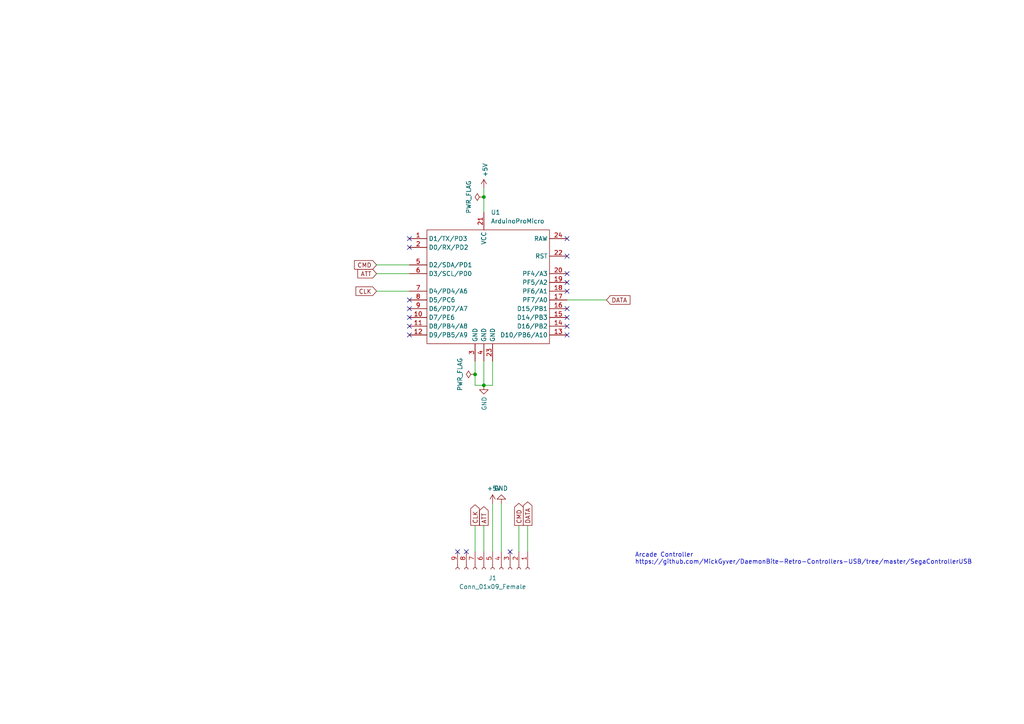
<source format=kicad_sch>
(kicad_sch (version 20211123) (generator eeschema)
  (paper "A4")
  (title_block (title "Arcade-Encoder (Sony)") (date "2022-01-31") (rev "0.1") (company "haus-automatisierung.com") (comment 1 "Matthias Kleine"))
  (lib_symbols
    (symbol "Connector:Conn_01x09_Female" (pin_names (offset 1.016) hide)
      (property "Reference" "J" (at 0 12.7 0))
      (property "Value" "Conn_01x09_Female" (at 0 -12.7 0))
      (symbol "Conn_01x09_Female_1_1"
        (arc (start 0 -9.652) (mid -0.508 -10.16) (end 0 -10.668) (stroke (width 0.1524)))
        (arc (start 0 -7.112) (mid -0.508 -7.62) (end 0 -8.128) (stroke (width 0.1524)))
        (arc (start 0 -4.572) (mid -0.508 -5.08) (end 0 -5.588) (stroke (width 0.1524)))
        (arc (start 0 -2.032) (mid -0.508 -2.54) (end 0 -3.048) (stroke (width 0.1524)))
        (polyline (pts (xy -1.27 -10.16) (xy -0.508 -10.16)) (stroke (width 0.1524)))
        (polyline (pts (xy -1.27 -7.62) (xy -0.508 -7.62)) (stroke (width 0.1524)))
        (polyline (pts (xy -1.27 -5.08) (xy -0.508 -5.08)) (stroke (width 0.1524)))
        (polyline (pts (xy -1.27 -2.54) (xy -0.508 -2.54)) (stroke (width 0.1524)))
        (polyline (pts (xy -1.27 0) (xy -0.508 0)) (stroke (width 0.1524)))
        (polyline (pts (xy -1.27 2.54) (xy -0.508 2.54)) (stroke (width 0.1524)))
        (polyline (pts (xy -1.27 5.08) (xy -0.508 5.08)) (stroke (width 0.1524)))
        (polyline (pts (xy -1.27 7.62) (xy -0.508 7.62)) (stroke (width 0.1524)))
        (polyline (pts (xy -1.27 10.16) (xy -0.508 10.16)) (stroke (width 0.1524)))
        (arc (start 0 0.508) (mid -0.508 0) (end 0 -0.508) (stroke (width 0.1524)))
        (arc (start 0 3.048) (mid -0.508 2.54) (end 0 2.032) (stroke (width 0.1524)))
        (arc (start 0 5.588) (mid -0.508 5.08) (end 0 4.572) (stroke (width 0.1524)))
        (arc (start 0 8.128) (mid -0.508 7.62) (end 0 7.112) (stroke (width 0.1524)))
        (arc (start 0 10.668) (mid -0.508 10.16) (end 0 9.652) (stroke (width 0.1524)))
        (pin passive line (at -5.08 10.16 0) (length 3.81) (name "Pin_1") (number "1"))
        (pin passive line (at -5.08 7.62 0) (length 3.81) (name "Pin_2") (number "2"))
        (pin passive line (at -5.08 5.08 0) (length 3.81) (name "Pin_3") (number "3"))
        (pin passive line (at -5.08 2.54 0) (length 3.81) (name "Pin_4") (number "4"))
        (pin passive line (at -5.08 0 0) (length 3.81) (name "Pin_5") (number "5"))
        (pin passive line (at -5.08 -2.54 0) (length 3.81) (name "Pin_6") (number "6"))
        (pin passive line (at -5.08 -5.08 0) (length 3.81) (name "Pin_7") (number "7"))
        (pin passive line (at -5.08 -7.62 0) (length 3.81) (name "Pin_8") (number "8"))
        (pin passive line (at -5.08 -10.16 0) (length 3.81) (name "Pin_9") (number "9"))
      )
    )
    (symbol "haus-automatisierung:ArduinoProMicro"
      (property "Reference" "U" (at 19.05 16.51 0))
      (property "Value" "ArduinoProMicro" (at -16.51 16.51 0))
      (symbol "ArduinoProMicro_0_1"
        (rectangle (start -16.51 15.24) (end 19.05 -17.78))
      )
      (symbol "ArduinoProMicro_1_1"
        (pin bidirectional line (at -21.59 12.7 0) (length 5.08) (name "D1/TX/PD3") (number "1"))
        (pin bidirectional line (at -21.59 -10.16 0) (length 5.08) (name "D7/PE6") (number "10"))
        (pin bidirectional line (at -21.59 -12.7 0) (length 5.08) (name "D8/PB4/A8") (number "11"))
        (pin bidirectional line (at -21.59 -15.24 0) (length 5.08) (name "D9/PB5/A9") (number "12"))
        (pin bidirectional line (at 24.13 -15.24 180) (length 5.08) (name "D10/PB6/A10") (number "13"))
        (pin bidirectional line (at 24.13 -12.7 180) (length 5.08) (name "D16/PB2") (number "14"))
        (pin bidirectional line (at 24.13 -10.16 180) (length 5.08) (name "D14/PB3") (number "15"))
        (pin bidirectional line (at 24.13 -7.62 180) (length 5.08) (name "D15/PB1") (number "16"))
        (pin bidirectional line (at 24.13 -5.08 180) (length 5.08) (name "PF7/A0") (number "17"))
        (pin bidirectional line (at 24.13 -2.54 180) (length 5.08) (name "PF6/A1") (number "18"))
        (pin bidirectional line (at 24.13 0 180) (length 5.08) (name "PF5/A2") (number "19"))
        (pin bidirectional line (at -21.59 10.16 0) (length 5.08) (name "D0/RX/PD2") (number "2"))
        (pin bidirectional line (at 24.13 2.54 180) (length 5.08) (name "PF4/A3") (number "20"))
        (pin power_in line (at 0 20.32 270) (length 5.08) (name "VCC") (number "21"))
        (pin input line (at 24.13 7.62 180) (length 5.08) (name "RST") (number "22"))
        (pin power_in line (at 2.54 -22.86 90) (length 5.08) (name "GND") (number "23"))
        (pin power_out line (at 24.13 12.7 180) (length 5.08) (name "RAW") (number "24"))
        (pin power_in line (at -2.54 -22.86 90) (length 5.08) (name "GND") (number "3"))
        (pin power_in line (at 0 -22.86 90) (length 5.08) (name "GND") (number "4"))
        (pin bidirectional line (at -21.59 5.08 0) (length 5.08) (name "D2/SDA/PD1") (number "5"))
        (pin bidirectional line (at -21.59 2.54 0) (length 5.08) (name "D3/SCL/PD0") (number "6"))
        (pin bidirectional line (at -21.59 -2.54 0) (length 5.08) (name "D4/PD4/A6") (number "7"))
        (pin bidirectional line (at -21.59 -5.08 0) (length 5.08) (name "D5/PC6") (number "8"))
        (pin bidirectional line (at -21.59 -7.62 0) (length 5.08) (name "D6/PD7/A7") (number "9"))
      )
    )
    (symbol "power:+5V" (power) (pin_names (offset 0))
      (property "Value" "+5V" (at 0 3.556 0))
      (symbol "+5V_0_1"
        (polyline (pts (xy -0.762 1.27) (xy 0 2.54)))
        (polyline (pts (xy 0 0) (xy 0 2.54)))
        (polyline (pts (xy 0 2.54) (xy 0.762 1.27)))
      )
      (symbol "+5V_1_1"
        (pin power_in line (at 0 0 90) (length 0) hide (name "+5V") (number "1"))
      )
    )
    (symbol "power:GND" (power) (pin_names (offset 0))
      (property "Value" "GND" (at 0 -3.81 0))
      (symbol "GND_0_1"
        (polyline (pts (xy 0 0) (xy 0 -1.27) (xy 1.27 -1.27) (xy 0 -2.54) (xy -1.27 -1.27) (xy 0 -1.27)))
      )
      (symbol "GND_1_1"
        (pin power_in line (at 0 0 270) (length 0) hide (name "GND") (number "1"))
      )
    )
    (symbol "power:PWR_FLAG" (power) (pin_numbers hide) (pin_names (offset 0) hide)
      (property "Value" "PWR_FLAG" (at 0 3.81 0))
      (symbol "PWR_FLAG_0_0"
        (pin power_out line (at 0 0 90) (length 0) (name "pwr") (number "1"))
      )
      (symbol "PWR_FLAG_0_1"
        (polyline (pts (xy 0 0) (xy 0 1.27) (xy -1.016 1.905) (xy 0 2.54) (xy 1.016 1.905) (xy 0 1.27)))
      )
    )
  )
  (junction (at 137.795 108.585))
  (junction (at 140.335 111.76))
  (junction (at 140.335 57.15))
  (no_connect (at 118.745 86.995))
  (no_connect (at 118.745 89.535))
  (no_connect (at 118.745 92.075))
  (no_connect (at 118.745 94.615))
  (no_connect (at 118.745 97.155))
  (no_connect (at 118.745 69.215))
  (no_connect (at 118.745 71.755))
  (no_connect (at 164.465 69.215))
  (no_connect (at 164.465 74.295))
  (no_connect (at 164.465 79.375))
  (no_connect (at 164.465 81.915))
  (no_connect (at 164.465 84.455))
  (no_connect (at 164.465 97.155))
  (no_connect (at 164.465 89.535))
  (no_connect (at 164.465 92.075))
  (no_connect (at 164.465 94.615))
  (no_connect (at 132.715 160.02))
  (no_connect (at 135.255 160.02))
  (no_connect (at 147.955 160.02))
  (wire (pts (xy 142.875 146.05) (xy 142.875 160.02)))
  (wire (pts (xy 142.875 111.76) (xy 140.335 111.76)))
  (wire (pts (xy 137.795 152.4) (xy 137.795 160.02)))
  (wire (pts (xy 140.335 152.4) (xy 140.335 160.02)))
  (wire (pts (xy 137.795 111.76) (xy 140.335 111.76)))
  (wire (pts (xy 109.22 79.375) (xy 118.745 79.375)))
  (wire (pts (xy 109.22 76.835) (xy 118.745 76.835)))
  (wire (pts (xy 137.795 108.585) (xy 137.795 111.76)))
  (wire (pts (xy 142.875 104.775) (xy 142.875 111.76)))
  (wire (pts (xy 140.335 57.15) (xy 140.335 61.595)))
  (wire (pts (xy 137.795 104.775) (xy 137.795 108.585)))
  (wire (pts (xy 153.035 152.4) (xy 153.035 160.02)))
  (wire (pts (xy 109.22 84.455) (xy 118.745 84.455)))
  (wire (pts (xy 145.415 146.05) (xy 145.415 160.02)))
  (wire (pts (xy 150.495 152.4) (xy 150.495 160.02)))
  (wire (pts (xy 140.335 54.61) (xy 140.335 57.15)))
  (wire (pts (xy 164.465 86.995) (xy 175.895 86.995)))
  (wire (pts (xy 140.335 104.775) (xy 140.335 111.76)))
  (text "Arcade Controller\nhttps://github.com/MickGyver/DaemonBite-Retro-Controllers-USB/tree/master/SegaControllerUSB" (at 184.15 163.83 0) (effects (font (size 1.27 1.27)) (justify left bottom)))
  (global_label "DATA" (shape output) (at 153.035 152.4 90) (property "Intersheet References" "${INTERSHEET_REFS}" (effects hide)))
  (global_label "CLK" (shape output) (at 137.795 152.4 90) (property "Intersheet References" "${INTERSHEET_REFS}" (effects hide)))
  (global_label "CLK" (shape input) (at 109.22 84.455 180) (property "Intersheet References" "${INTERSHEET_REFS}" (effects hide)))
  (global_label "CMD" (shape output) (at 150.495 152.4 90) (property "Intersheet References" "${INTERSHEET_REFS}" (effects hide)))
  (global_label "DATA" (shape input) (at 175.895 86.995 0) (property "Intersheet References" "${INTERSHEET_REFS}" (effects hide)))
  (global_label "ATT" (shape output) (at 140.335 152.4 90) (property "Intersheet References" "${INTERSHEET_REFS}" (effects hide)))
  (global_label "ATT" (shape input) (at 109.22 79.375 180) (property "Intersheet References" "${INTERSHEET_REFS}" (effects hide)))
  (global_label "CMD" (shape input) (at 109.22 76.835 180) (property "Intersheet References" "${INTERSHEET_REFS}" (effects hide)))
  (symbol (lib_id "power:+5V") (at 140.335 54.61 0) (unit 1)
    (property "Reference" "#PWR05" (effects hide))
    (property "Value" "+5V" (at 140.716 51.3588 90) (effects (justify left)))
  )
  (symbol (lib_id "power:GND") (at 145.415 146.05 180) (unit 1)
    (property "Reference" "#PWR04" (effects hide))
    (property "Value" "GND" (at 145.288 141.6558 0))
  )
  (symbol (lib_id "power:+5V") (at 142.875 146.05 0) (unit 1)
    (property "Reference" "#PWR01" (effects hide))
    (property "Value" "+5V" (at 143.256 141.6558 0))
  )
  (symbol (lib_id "power:GND") (at 140.335 111.76 0) (unit 1)
    (property "Reference" "#PWR0101" (effects hide))
    (property "Value" "GND" (at 140.462 115.0112 90) (effects (justify right)))
  )
  (symbol (lib_id "power:PWR_FLAG") (at 140.335 57.15 90) (unit 1)
    (property "Reference" "#FLG0101" (effects hide))
    (property "Value" "PWR_FLAG" (at 135.9408 57.15 0))
  )
  (symbol (lib_id "power:PWR_FLAG") (at 137.795 108.585 90) (unit 1)
    (property "Reference" "#FLG0102" (effects hide))
    (property "Value" "PWR_FLAG" (at 133.4008 108.585 0))
  )
  (symbol (lib_id "Connector:Conn_01x09_Female") (at 142.875 165.1 270) (unit 1)
    (property "Reference" "J1" (at 142.875 167.64 90))
    (property "Value" "Conn_01x09_Female" (at 142.875 170.18 90))
  )
  (symbol (lib_id "haus-automatisierung:ArduinoProMicro") (at 140.335 81.915 0) (unit 1)
    (property "Reference" "U1" (at 142.3544 61.595 0) (effects (justify left)))
    (property "Value" "ArduinoProMicro" (at 142.3544 64.135 0) (effects (justify left)))
    (property "Footprint" "haus-automatisierung:ArduinoProMicro" (effects hide))
  )
)
</source>
